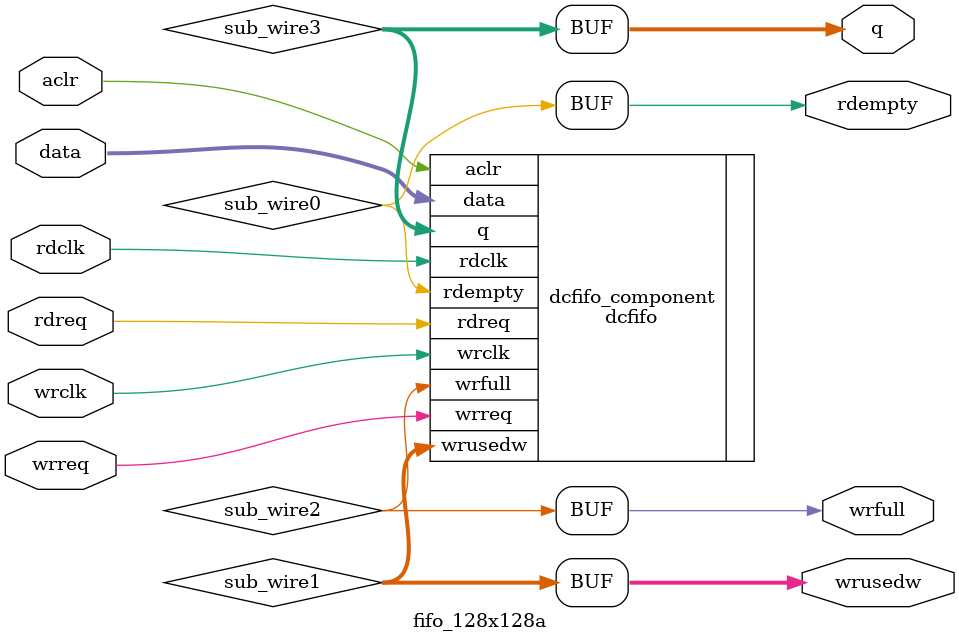
<source format=v>
module fifo_128x128a (
	aclr,
	data,
	rdclk,
	rdreq,
	wrclk,
	wrreq,
	q,
	rdempty,
	wrfull,
	wrusedw);
	input	  aclr;
	input	[127:0]  data;
	input	  rdclk;
	input	  rdreq;
	input	  wrclk;
	input	  wrreq;
	output	[127:0]  q;
	output	  rdempty;
	output	  wrfull;
	output	[6:0]  wrusedw;
	wire  sub_wire0;
	wire [6:0] sub_wire1;
	wire  sub_wire2;
	wire [127:0] sub_wire3;
	wire  rdempty = sub_wire0;
	wire [6:0] wrusedw = sub_wire1[6:0];
	wire  wrfull = sub_wire2;
	wire [127:0] q = sub_wire3[127:0];
	dcfifo	dcfifo_component (
				.wrclk (wrclk),
				.rdreq (rdreq),
				.aclr (aclr),
				.rdclk (rdclk),
				.wrreq (wrreq),
				.data (data),
				.rdempty (sub_wire0),
				.wrusedw (sub_wire1),
				.wrfull (sub_wire2),
				.q (sub_wire3)
				// synopsys translate_off
				,
				.rdfull (),
				.rdusedw (),
				.wrempty ()
				// synopsys translate_on
				);
	defparam
		dcfifo_component.intended_device_family = "Cyclone II",
		dcfifo_component.lpm_hint = "RAM_BLOCK_TYPE=M4K",
		dcfifo_component.lpm_numwords = 128,
		dcfifo_component.lpm_showahead = "OFF",
		dcfifo_component.lpm_type = "dcfifo",
		dcfifo_component.lpm_width = 128,
		dcfifo_component.lpm_widthu = 7,
		dcfifo_component.overflow_checking = "OFF",
		dcfifo_component.rdsync_delaypipe = 4,
		dcfifo_component.underflow_checking = "OFF",
		dcfifo_component.use_eab = "ON",
		dcfifo_component.wrsync_delaypipe = 4;
endmodule
</source>
